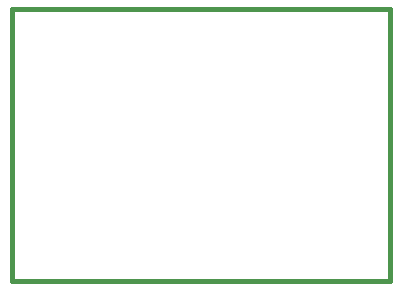
<source format=gko>
%FSLAX33Y33*%
%MOMM*%
%ADD10C,0.381*%
D10*
%LNpath-0*%
G01*
X0Y0D02*
X32000Y0D01*
X32000Y23000*
X0Y23000*
X0Y0*
%LNmechanical details_traces*%
M02*
</source>
